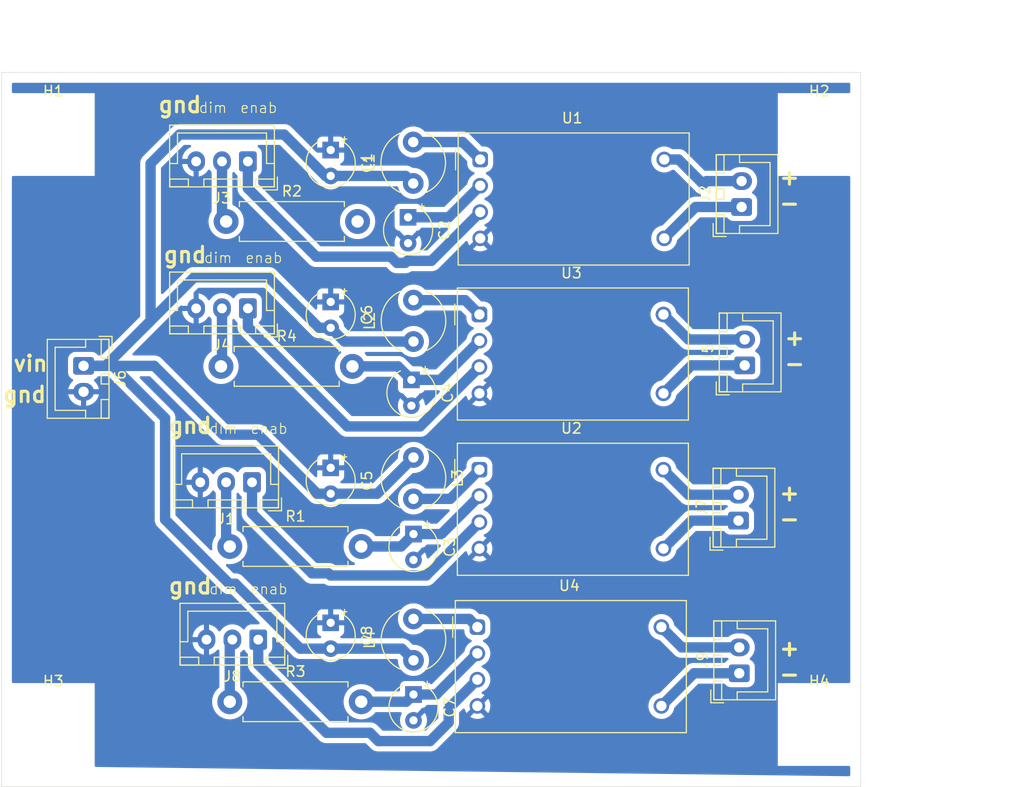
<source format=kicad_pcb>
(kicad_pcb (version 20240108) (generator "pcbnew") (generator_version "8.0")
  (layers (0 "F.Cu" signal) (31 "B.Cu" signal) (34 "B.Paste" user) (35 "F.Paste" user) (36 "B.SilkS" user "B.Silkscreen") (37 "F.SilkS" user "F.Silkscreen") (38 "B.Mask" user) (39 "F.Mask" user) (44 "Edge.Cuts" user))
  (net 0 "")
  (net 1 "Net-(J3-Pin_2)")
  (net 2 "Net-(J3-Pin_1)")
  (net 3 "Net-(J4-Pin_1)")
  (net 4 "Net-(J4-Pin_2)")
  (net 5 "Net-(U2-Analogue_Dimming)")
  (net 6 "Net-(U4-Analogue_Dimming)")
  (net 7 "Net-(J1-Pin_2)")
  (net 8 "Net-(J1-Pin_1)")
  (net 9 "Net-(J7-Pin_1)")
  (net 10 "Net-(J7-Pin_2)")
  (net 11 "Net-(J8-Pin_2)")
  (net 12 "Net-(J8-Pin_1)")
  (net 13 "Net-(J9-Pin_1)")
  (net 14 "Net-(J9-Pin_2)")
  (net 15 "Net-(U2-+Vin)")
  (net 16 "Net-(U4-+Vin)")
  (net 17 "GND")
  (net 18 "VCC")
  (net 19 "Net-(U1-Analogue_Dimming)")
  (net 20 "Net-(J2-Pin_2)")
  (net 21 "Net-(J2-Pin_1)")
  (net 22 "Net-(U1-+Vin)")
  (net 23 "Net-(U3-Analogue_Dimming)")
  (net 24 "Net-(J5-Pin_2)")
  (net 25 "Net-(J5-Pin_1)")
  (net 26 "Net-(U3-+Vin)")
  (footprint "Resistor_THT:R_Axial_DIN0411_L9.9mm_D3.6mm_P12.70mm_Horizontal" (layer "F.Cu") (at 93.2 77.4)
    (property "Reference" "R4" (at 6.35 -2.92 0) (layer "F.SilkS"))
    (property "Value" "R")
    (pad "1" thru_hole circle (at 0 0) (size 2.4 2.4) (drill 1.2) (layers "*.Cu" "*.Mask") (net 4 "Net-(J4-Pin_2)"))
    (pad "2" thru_hole oval (at 12.7 0) (size 2.4 2.4) (drill 1.2) (layers "*.Cu" "*.Mask") (net 23 "Net-(U3-Analogue_Dimming)"))
  )
  (footprint "Connector_JST:JST_XH_B2B-XH-A_1x02_P2.50mm_Vertical" (layer "F.Cu") (at 143.275 107.05 90)
    (property "Reference" "J9" (at 1.25 -3.55 270) (layer "F.SilkS"))
    (property "Value" "UVLED")
    (pad "1" thru_hole roundrect (at 0 0 90) (size 1.7 2) (drill 1) (layers "*.Cu" "*.Mask") (roundrect_rratio 0.147059) (net 13 "Net-(J9-Pin_1)"))
    (pad "2" thru_hole oval (at 2.5 0 90) (size 1.7 2) (drill 1) (layers "*.Cu" "*.Mask") (net 14 "Net-(J9-Pin_2)"))
  )
  (footprint "Connector_JST:JST_XH_B2B-XH-A_1x02_P2.50mm_Vertical" (layer "F.Cu") (at 143.8 77.3 90)
    (property "Reference" "J5" (at 1.25 -3.55 -90) (layer "F.SilkS"))
    (property "Value" "UVLED")
    (pad "1" thru_hole roundrect (at 0 0 90) (size 1.7 2) (drill 1) (layers "*.Cu" "*.Mask") (roundrect_rratio 0.147059) (net 25 "Net-(J5-Pin_1)"))
    (pad "2" thru_hole oval (at 2.5 0 90) (size 1.7 2) (drill 1) (layers "*.Cu" "*.Mask") (net 24 "Net-(J5-Pin_2)"))
  )
  (footprint "Inductor_THT:L_Radial_D6.0mm_P4.00mm" (layer "F.Cu") (at 111.8 105.8 90)
    (property "Reference" "L4" (at 2 -4.25 270) (layer "F.SilkS"))
    (property "Value" "22uH")
    (pad "1" thru_hole circle (at 0 0 90) (size 2 2) (drill 1) (layers "*.Cu" "*.Mask") (net 18 "VCC"))
    (pad "2" thru_hole circle (at 4 0 90) (size 2 2) (drill 1) (layers "*.Cu" "*.Mask") (net 16 "Net-(U4-+Vin)"))
  )
  (footprint "Connector_JST:JST_XH_B3B-XH-A_1x03_P2.50mm_Vertical" (layer "F.Cu") (at 96.8 103.8 180)
    (property "Reference" "J8" (at 2.5 -3.55 180) (layer "F.SilkS"))
    (property "Value" "Conn_01x03_Pin")
    (pad "1" thru_hole roundrect (at 0 0 180) (size 1.7 1.95) (drill 0.95) (layers "*.Cu" "*.Mask") (roundrect_rratio 0.147059) (net 12 "Net-(J8-Pin_1)"))
    (pad "2" thru_hole oval (at 2.5 0 180) (size 1.7 1.95) (drill 0.95) (layers "*.Cu" "*.Mask") (net 11 "Net-(J8-Pin_2)"))
    (pad "3" thru_hole oval (at 5 0 180) (size 1.7 1.95) (drill 0.95) (layers "*.Cu" "*.Mask") (net 17 "GND"))
  )
  (footprint "Inductor_THT:L_Radial_D6.0mm_P4.00mm" (layer "F.Cu") (at 111.8 86.2 -90)
    (property "Reference" "L3" (at 2 -4.25 90) (layer "F.SilkS"))
    (property "Value" "22uH")
    (pad "1" thru_hole circle (at 0 0 270) (size 2 2) (drill 1) (layers "*.Cu" "*.Mask") (net 18 "VCC"))
    (pad "2" thru_hole circle (at 4 0 270) (size 2 2) (drill 1) (layers "*.Cu" "*.Mask") (net 15 "Net-(U2-+Vin)"))
  )
  (footprint "Converter_DCDC:Converter_DCDC_RECOM_RCD-24_THT" (layer "F.Cu") (at 117.97 102.585)
    (property "Reference" "U4" (at 8.89 -4 0) (layer "F.SilkS"))
    (property "Value" "RCD-24")
    (pad "1" thru_hole roundrect (at 0 0) (size 1.5 1.5) (drill 1) (layers "*.Cu" "*.Mask") (net 16 "Net-(U4-+Vin)"))
    (pad "2" thru_hole circle (at 0 2.54) (size 1.5 1.5) (drill 1) (layers "*.Cu" "*.Mask") (net 6 "Net-(U4-Analogue_Dimming)"))
    (pad "3" thru_hole circle (at 0 5.08) (size 1.5 1.5) (drill 1) (layers "*.Cu" "*.Mask") (net 12 "Net-(J8-Pin_1)"))
    (pad "4" thru_hole circle (at 0 7.62) (size 1.5 1.5) (drill 1) (layers "*.Cu" "*.Mask") (net 17 "GND"))
    (pad "5" thru_hole circle (at 17.78 7.62) (size 1.5 1.5) (drill 1) (layers "*.Cu" "*.Mask") (net 13 "Net-(J9-Pin_1)"))
    (pad "6" thru_hole circle (at 17.78 0) (size 1.5 1.5) (drill 1) (layers "*.Cu" "*.Mask") (net 14 "Net-(J9-Pin_2)"))
  )
  (footprint "Resistor_THT:R_Axial_DIN0411_L9.9mm_D3.6mm_P12.70mm_Horizontal" (layer "F.Cu") (at 94.05 109.8)
    (property "Reference" "R3" (at 6.35 -2.92 0) (layer "F.SilkS"))
    (property "Value" "R")
    (pad "1" thru_hole circle (at 0 0) (size 2.4 2.4) (drill 1.2) (layers "*.Cu" "*.Mask") (net 11 "Net-(J8-Pin_2)"))
    (pad "2" thru_hole oval (at 12.7 0) (size 2.4 2.4) (drill 1.2) (layers "*.Cu" "*.Mask") (net 6 "Net-(U4-Analogue_Dimming)"))
  )
  (footprint "Capacitor_THT:CP_Radial_Tantal_D4.5mm_P2.50mm" (layer "F.Cu") (at 103.8 71.171144 -90)
    (property "Reference" "C6" (at 1.25 -3.5 90) (layer "F.SilkS"))
    (property "Value" "1uF")
    (pad "1" thru_hole rect (at 0 0 270) (size 1.6 1.6) (drill 0.8) (layers "*.Cu" "*.Mask") (net 17 "GND"))
    (pad "2" thru_hole circle (at 2.5 0 270) (size 1.6 1.6) (drill 0.8) (layers "*.Cu" "*.Mask") (net 18 "VCC"))
  )
  (footprint "Connector_JST:JST_XH_B3B-XH-A_1x03_P2.50mm_Vertical" (layer "F.Cu") (at 96.2 88.6 180)
    (property "Reference" "J1" (at 2.5 -3.55 180) (layer "F.SilkS"))
    (property "Value" "Conn_01x03_Pin")
    (pad "1" thru_hole roundrect (at 0 0 180) (size 1.7 1.95) (drill 0.95) (layers "*.Cu" "*.Mask") (roundrect_rratio 0.147059) (net 8 "Net-(J1-Pin_1)"))
    (pad "2" thru_hole oval (at 2.5 0 180) (size 1.7 1.95) (drill 0.95) (layers "*.Cu" "*.Mask") (net 7 "Net-(J1-Pin_2)"))
    (pad "3" thru_hole oval (at 5 0 180) (size 1.7 1.95) (drill 0.95) (layers "*.Cu" "*.Mask") (net 17 "GND"))
  )
  (footprint "Capacitor_THT:CP_Radial_Tantal_D4.5mm_P2.50mm" (layer "F.Cu") (at 111.8 109.1 -90)
    (property "Reference" "C7" (at 1.25 -3.5 90) (layer "F.SilkS"))
    (property "Value" "C")
    (pad "1" thru_hole rect (at 0 0 270) (size 1.6 1.6) (drill 0.8) (layers "*.Cu" "*.Mask") (net 6 "Net-(U4-Analogue_Dimming)"))
    (pad "2" thru_hole circle (at 2.5 0 270) (size 1.6 1.6) (drill 0.8) (layers "*.Cu" "*.Mask") (net 17 "GND"))
  )
  (footprint "Capacitor_THT:CP_Radial_Tantal_D4.5mm_P2.50mm" (layer "F.Cu") (at 111.275 62.996144 -90)
    (property "Reference" "C2" (at 1.25 -3.5 90) (layer "F.SilkS"))
    (property "Value" "C")
    (pad "1" thru_hole rect (at 0 0 270) (size 1.6 1.6) (drill 0.8) (layers "*.Cu" "*.Mask") (net 19 "Net-(U1-Analogue_Dimming)"))
    (pad "2" thru_hole circle (at 2.5 0 270) (size 1.6 1.6) (drill 0.8) (layers "*.Cu" "*.Mask") (net 17 "GND"))
  )
  (footprint "Inductor_THT:L_Radial_D6.0mm_P4.00mm" (layer "F.Cu") (at 111.8 75 90)
    (property "Reference" "L2" (at 2 -4.25 -90) (layer "F.SilkS"))
    (property "Value" "22uH")
    (pad "1" thru_hole circle (at 0 0 90) (size 2 2) (drill 1) (layers "*.Cu" "*.Mask") (net 18 "VCC"))
    (pad "2" thru_hole circle (at 4 0 90) (size 2 2) (drill 1) (layers "*.Cu" "*.Mask") (net 26 "Net-(U3-+Vin)"))
  )
  (footprint "Resistor_THT:R_Axial_DIN0411_L9.9mm_D3.6mm_P12.70mm_Horizontal" (layer "F.Cu") (at 93.7 63.4)
    (property "Reference" "R2" (at 6.35 -2.92 360) (layer "F.SilkS"))
    (property "Value" "R")
    (pad "1" thru_hole circle (at 0 0) (size 2.4 2.4) (drill 1.2) (layers "*.Cu" "*.Mask") (net 1 "Net-(J3-Pin_2)"))
    (pad "2" thru_hole oval (at 12.7 0) (size 2.4 2.4) (drill 1.2) (layers "*.Cu" "*.Mask") (net 19 "Net-(U1-Analogue_Dimming)"))
  )
  (footprint "Connector_JST:JST_XH_B2B-XH-A_1x02_P2.50mm_Vertical" (layer "F.Cu") (at 143.5 62 90)
    (property "Reference" "J2" (at 1.25 -3.55 -90) (layer "F.SilkS"))
    (property "Value" "greenLED")
    (pad "1" thru_hole roundrect (at 0 0 90) (size 1.7 2) (drill 1) (layers "*.Cu" "*.Mask") (roundrect_rratio 0.147059) (net 21 "Net-(J2-Pin_1)"))
    (pad "2" thru_hole oval (at 2.5 0 90) (size 1.7 2) (drill 1) (layers "*.Cu" "*.Mask") (net 20 "Net-(J2-Pin_2)"))
  )
  (footprint "Capacitor_THT:CP_Radial_Tantal_D4.5mm_P2.50mm" (layer "F.Cu") (at 111.8 93.6 -90)
    (property "Reference" "C3" (at 1.25 -3.5 90) (layer "F.SilkS"))
    (property "Value" "C")
    (pad "1" thru_hole rect (at 0 0 270) (size 1.6 1.6) (drill 0.8) (layers "*.Cu" "*.Mask") (net 5 "Net-(U2-Analogue_Dimming)"))
    (pad "2" thru_hole circle (at 2.5 0 270) (size 1.6 1.6) (drill 0.8) (layers "*.Cu" "*.Mask") (net 17 "GND"))
  )
  (footprint "MountingHole:MountingHole_3.2mm_M3" (layer "F.Cu") (at 77 112)
    (property "Reference" "H3" (at 0 -4.2 0) (layer "F.SilkS"))
    (property "Value" "MountingHole")
    (pad "" np_thru_hole circle (at 0 0) (size 3.2 3.2) (drill 3.2) (layers "*.Cu" "*.Mask"))
  )
  (footprint "MountingHole:MountingHole_3.2mm_M3" (layer "F.Cu") (at 151 55)
    (property "Reference" "H2" (at 0 -4.2 0) (layer "F.SilkS"))
    (property "Value" "MountingHole")
    (pad "" np_thru_hole circle (at 0 0) (size 3.2 3.2) (drill 3.2) (layers "*.Cu" "*.Mask"))
  )
  (footprint "Converter_DCDC:Converter_DCDC_RECOM_RCD-24_THT" (layer "F.Cu") (at 118.17 72.385)
    (property "Reference" "U3" (at 8.89 -4 0) (layer "F.SilkS"))
    (property "Value" "RCD-24")
    (pad "1" thru_hole roundrect (at 0 0) (size 1.5 1.5) (drill 1) (layers "*.Cu" "*.Mask") (net 26 "Net-(U3-+Vin)"))
    (pad "2" thru_hole circle (at 0 2.54) (size 1.5 1.5) (drill 1) (layers "*.Cu" "*.Mask") (net 23 "Net-(U3-Analogue_Dimming)"))
    (pad "3" thru_hole circle (at 0 5.08) (size 1.5 1.5) (drill 1) (layers "*.Cu" "*.Mask") (net 3 "Net-(J4-Pin_1)"))
    (pad "4" thru_hole circle (at 0 7.62) (size 1.5 1.5) (drill 1) (layers "*.Cu" "*.Mask") (net 17 "GND"))
    (pad "5" thru_hole circle (at 17.78 7.62) (size 1.5 1.5) (drill 1) (layers "*.Cu" "*.Mask") (net 25 "Net-(J5-Pin_1)"))
    (pad "6" thru_hole circle (at 17.78 0) (size 1.5 1.5) (drill 1) (layers "*.Cu" "*.Mask") (net 24 "Net-(J5-Pin_2)"))
  )
  (footprint "MountingHole:MountingHole_3.2mm_M3" (layer "F.Cu") (at 77 55)
    (property "Reference" "H1" (at 0 -4.2 0) (layer "F.SilkS"))
    (property "Value" "MountingHole")
    (pad "" np_thru_hole circle (at 0 0) (size 3.2 3.2) (drill 3.2) (layers "*.Cu" "*.Mask"))
  )
  (footprint "Capacitor_THT:CP_Radial_Tantal_D4.5mm_P2.50mm" (layer "F.Cu") (at 111.6 78.7 -90)
    (property "Reference" "C4" (at 1.25 -3.5 90) (layer "F.SilkS"))
    (property "Value" "C")
    (pad "1" thru_hole rect (at 0 0 270) (size 1.6 1.6) (drill 0.8) (layers "*.Cu" "*.Mask") (net 23 "Net-(U3-Analogue_Dimming)"))
    (pad "2" thru_hole circle (at 2.5 0 270) (size 1.6 1.6) (drill 0.8) (layers "*.Cu" "*.Mask") (net 17 "GND"))
  )
  (footprint "Converter_DCDC:Converter_DCDC_RECOM_RCD-24_THT" (layer "F.Cu") (at 118.245 57.41)
    (property "Reference" "U1" (at 8.89 -4 0) (layer "F.SilkS"))
    (property "Value" "RCD-24")
    (pad "1" thru_hole roundrect (at 0 0) (size 1.5 1.5) (drill 1) (layers "*.Cu" "*.Mask") (net 22 "Net-(U1-+Vin)"))
    (pad "2" thru_hole circle (at 0 2.54) (size 1.5 1.5) (drill 1) (layers "*.Cu" "*.Mask") (net 19 "Net-(U1-Analogue_Dimming)"))
    (pad "3" thru_hole circle (at 0 5.08) (size 1.5 1.5) (drill 1) (layers "*.Cu" "*.Mask") (net 2 "Net-(J3-Pin_1)"))
    (pad "4" thru_hole circle (at 0 7.62) (size 1.5 1.5) (drill 1) (layers "*.Cu" "*.Mask") (net 17 "GND"))
    (pad "5" thru_hole circle (at 17.78 7.62) (size 1.5 1.5) (drill 1) (layers "*.Cu" "*.Mask") (net 21 "Net-(J2-Pin_1)"))
    (pad "6" thru_hole circle (at 17.78 0) (size 1.5 1.5) (drill 1) (layers "*.Cu" "*.Mask") (net 20 "Net-(J2-Pin_2)"))
  )
  (footprint "Converter_DCDC:Converter_DCDC_RECOM_RCD-24_THT" (layer "F.Cu") (at 118.17 87.385)
    (property "Reference" "U2" (at 8.89 -4 0) (layer "F.SilkS"))
    (property "Value" "RCD-24")
    (pad "1" thru_hole roundrect (at 0 0) (size 1.5 1.5) (drill 1) (layers "*.Cu" "*.Mask") (net 15 "Net-(U2-+Vin)"))
    (pad "2" thru_hole circle (at 0 2.54) (size 1.5 1.5) (drill 1) (layers "*.Cu" "*.Mask") (net 5 "Net-(U2-Analogue_Dimming)"))
    (pad "3" thru_hole circle (at 0 5.08) (size 1.5 1.5) (drill 1) (layers "*.Cu" "*.Mask") (net 8 "Net-(J1-Pin_1)"))
    (pad "4" thru_hole circle (at 0 7.62) (size 1.5 1.5) (drill 1) (layers "*.Cu" "*.Mask") (net 17 "GND"))
    (pad "5" thru_hole circle (at 17.78 7.62) (size 1.5 1.5) (drill 1) (layers "*.Cu" "*.Mask") (net 9 "Net-(J7-Pin_1)"))
    (pad "6" thru_hole circle (at 17.78 0) (size 1.5 1.5) (drill 1) (layers "*.Cu" "*.Mask") (net 10 "Net-(J7-Pin_2)"))
  )
  (footprint "Connector_JST:JST_XH_B3B-XH-A_1x03_P2.50mm_Vertical" (layer "F.Cu") (at 95.8 71.8 180)
    (property "Reference" "J4" (at 2.5 -3.55 180) (layer "F.SilkS"))
    (property "Value" "Conn_01x03_Pin")
    (pad "1" thru_hole roundrect (at 0 0 180) (size 1.7 1.95) (drill 0.95) (layers "*.Cu" "*.Mask") (roundrect_rratio 0.147059) (net 3 "Net-(J4-Pin_1)"))
    (pad "2" thru_hole oval (at 2.5 0 180) (size 1.7 1.95) (drill 0.95) (layers "*.Cu" "*.Mask") (net 4 "Net-(J4-Pin_2)"))
    (pad "3" thru_hole oval (at 5 0 180) (size 1.7 1.95) (drill 0.95) (layers "*.Cu" "*.Mask") (net 17 "GND"))
  )
  (footprint "Connector_JST:JST_XH_B2B-XH-A_1x02_P2.50mm_Vertical" (layer "F.Cu") (at 79.925 77.35 -90)
    (property "Reference" "J6" (at 1.25 -3.55 90) (layer "F.SilkS"))
    (property "Value" "power_in")
    (pad "1" thru_hole roundrect (at 0 0 270) (size 1.7 2) (drill 1) (layers "*.Cu" "*.Mask") (roundrect_rratio 0.147059) (net 18 "VCC"))
    (pad "2" thru_hole oval (at 2.5 0 270) (size 1.7 2) (drill 1) (layers "*.Cu" "*.Mask") (net 17 "GND"))
  )
  (footprint "Connector_JST:JST_XH_B2B-XH-A_1x02_P2.50mm_Vertical" (layer "F.Cu") (at 143.2 92.3 90)
    (property "Reference" "J7" (at 1.25 -3.55 270) (layer "F.SilkS"))
    (property "Value" "UVLED")
    (pad "1" thru_hole roundrect (at 0 0 90) (size 1.7 2) (drill 1) (layers "*.Cu" "*.Mask") (roundrect_rratio 0.147059) (net 9 "Net-(J7-Pin_1)"))
    (pad "2" thru_hole oval (at 2.5 0 90) (size 1.7 2) (drill 1) (layers "*.Cu" "*.Mask") (net 10 "Net-(J7-Pin_2)"))
  )
  (footprint "Capacitor_THT:CP_Radial_Tantal_D4.5mm_P2.50mm" (layer "F.Cu") (at 103.8 56.5 -90)
    (property "Reference" "C1" (at 1.25 -3.5 90) (layer "F.SilkS"))
    (property "Value" "1uF")
    (pad "1" thru_hole rect (at 0 0 270) (size 1.6 1.6) (drill 0.8) (layers "*.Cu" "*.Mask") (net 17 "GND"))
    (pad "2" thru_hole circle (at 2.5 0 270) (size 1.6 1.6) (drill 0.8) (layers "*.Cu" "*.Mask") (net 18 "VCC"))
  )
  (footprint "Connector_JST:JST_XH_B3B-XH-A_1x03_P2.50mm_Vertical" (layer "F.Cu") (at 95.8 57.6 180)
    (property "Reference" "J3" (at 2.5 -3.55 180) (layer "F.SilkS"))
    (property "Value" "Conn_01x03_Pin")
    (pad "1" thru_hole roundrect (at 0 0 180) (size 1.7 1.95) (drill 0.95) (layers "*.Cu" "*.Mask") (roundrect_rratio 0.147059) (net 2 "Net-(J3-Pin_1)"))
    (pad "2" thru_hole oval (at 2.5 0 180) (size 1.7 1.95) (drill 0.95) (layers "*.Cu" "*.Mask") (net 1 "Net-(J3-Pin_2)"))
    (pad "3" thru_hole oval (at 5 0 180) (size 1.7 1.95) (drill 0.95) (layers "*.Cu" "*.Mask") (net 17 "GND"))
  )
  (footprint "Resistor_THT:R_Axial_DIN0411_L9.9mm_D3.6mm_P12.70mm_Horizontal" (layer "F.Cu") (at 94.05 94.8)
    (property "Reference" "R1" (at 6.35 -2.92 0) (layer "F.SilkS"))
    (property "Value" "R")
    (pad "1" thru_hole circle (at 0 0) (size 2.4 2.4) (drill 1.2) (layers "*.Cu" "*.Mask") (net 7 "Net-(J1-Pin_2)"))
    (pad "2" thru_hole oval (at 12.7 0) (size 2.4 2.4) (drill 1.2) (layers "*.Cu" "*.Mask") (net 5 "Net-(U2-Analogue_Dimming)"))
  )
  (footprint "Capacitor_THT:CP_Radial_Tantal_D4.5mm_P2.50mm" (layer "F.Cu") (at 103.8 87.2 -90)
    (property "Reference" "C5" (at 1.25 -3.5 90) (layer "F.SilkS"))
    (property "Value" "1uF")
    (pad "1" thru_hole rect (at 0 0 270) (size 1.6 1.6) (drill 0.8) (layers "*.Cu" "*.Mask") (net 17 "GND"))
    (pad "2" thru_hole circle (at 2.5 0 270) (size 1.6 1.6) (drill 0.8) (layers "*.Cu" "*.Mask") (net 18 "VCC"))
  )
  (footprint "Inductor_THT:L_Radial_D6.0mm_P4.00mm" (layer "F.Cu") (at 111.775 59.725 90)
    (property "Reference" "L1" (at 2 -4.25 -90) (layer "F.SilkS"))
    (property "Value" "22uH")
    (pad "1" thru_hole circle (at 0 0 90) (size 2 2) (drill 1) (layers "*.Cu" "*.Mask") (net 18 "VCC"))
    (pad "2" thru_hole circle (at 4 0 90) (size 2 2) (drill 1) (layers "*.Cu" "*.Mask") (net 22 "Net-(U1-+Vin)"))
  )
  (footprint "Capacitor_THT:CP_Radial_Tantal_D4.5mm_P2.50mm" (layer "F.Cu") (at 103.8 102.171144 -90)
    (property "Reference" "C8" (at 1.25 -3.5 90) (layer "F.SilkS"))
    (property "Value" "1uF")
    (pad "1" thru_hole rect (at 0 0 270) (size 1.6 1.6) (drill 0.8) (layers "*.Cu" "*.Mask") (net 17 "GND"))
    (pad "2" thru_hole circle (at 2.5 0 270) (size 1.6 1.6) (drill 0.8) (layers "*.Cu" "*.Mask") (net 18 "VCC"))
  )
  (footprint "MountingHole:MountingHole_3.2mm_M3" (layer "F.Cu") (at 151 112)
    (property "Reference" "H4" (at 0 -4.2 0) (layer "F.SilkS"))
    (property "Value" "MountingHole")
    (pad "" np_thru_hole circle (at 0 0) (size 3.2 3.2) (drill 3.2) (layers "*.Cu" "*.Mask"))
  )
  (gr_line (start 155 49) (end 72 49) (stroke (width 0.05)) (layer "Edge.Cuts"))
  (gr_line (start 72 118) (end 155 118) (stroke (width 0.05)) (layer "Edge.Cuts"))
  (gr_line (start 72 49) (end 72 118) (stroke (width 0.05)) (layer "Edge.Cuts"))
  (gr_line (start 155 118) (end 155 49) (stroke (width 0.05)) (layer "Edge.Cuts"))
  (gr_text "-\n" (at 147 108 0) (layer "F.SilkS") (effects (font (size 1.5 1.5) (thickness 0.3) (bold yes)) (justify left bottom)))
  (gr_text "gnd" (at 88 99.5 0) (layer "F.SilkS") (effects (font (size 1.5 1.5) (thickness 0.3) (bold yes)) (justify left bottom)))
  (gr_text "dim\n" (at 91 53 0) (layer "F.SilkS") (effects (font (size 1 1) (thickness 0.1)) (justify left bottom)))
  (gr_text "gnd" (at 87.5 67.5 0) (layer "F.SilkS") (effects (font (size 1.5 1.5) (thickness 0.3) (bold yes)) (justify left bottom)))
  (gr_text "-\n" (at 147 62.5 0) (layer "F.SilkS") (effects (font (size 1.5 1.5) (thickness 0.3) (bold yes)) (justify left bottom)))
  (gr_text "gnd" (at 72 81 0) (layer "F.SilkS") (effects (font (size 1.5 1.5) (thickness 0.3) (bold yes)) (justify left bottom)))
  (gr_text "gnd" (at 87 53 0) (layer "F.SilkS") (effects (font (size 1.5 1.5) (thickness 0.3) (bold yes)) (justify left bottom)))
  (gr_text "+\n" (at 147 105.5 0) (layer "F.SilkS") (effects (font (size 1.5 1.5) (thickness 0.3) (bold yes)) (justify left bottom)))
  (gr_text "+\n" (at 147.5 75.5 0) (layer "F.SilkS") (effects (font (size 1.5 1.5) (thickness 0.3) (bold yes)) (justify left bottom)))
  (gr_text "-\n" (at 147.5 78 0) (layer "F.SilkS") (effects (font (size 1.5 1.5) (thickness 0.3) (bold yes)) (justify left bottom)))
  (gr_text "dim\n" (at 92 99.5 0) (layer "F.SilkS") (effects (font (size 1 1) (thickness 0.1)) (justify left bottom)))
  (gr_text "-\n" (at 147 93 0) (layer "F.SilkS") (effects (font (size 1.5 1.5) (thickness 0.3) (bold yes)) (justify left bottom)))
  (gr_text "enab" (at 95 53 0) (layer "F.SilkS") (effects (font (size 1 1) (thickness 0.1)) (justify left bottom)))
  (gr_text "gnd" (at 88 84 0) (layer "F.SilkS") (effects (font (size 1.5 1.5) (thickness 0.3) (bold yes)) (justify left bottom)))
  (gr_text "+\n" (at 147 60 0) (layer "F.SilkS") (effects (font (size 1.5 1.5) (thickness 0.3) (bold yes)) (justify left bottom)))
  (gr_text "dim\n" (at 92 84 0) (layer "F.SilkS") (effects (font (size 1 1) (thickness 0.1)) (justify left bottom)))
  (gr_text "dim\n" (at 91.5 67.5 0) (layer "F.SilkS") (effects (font (size 1 1) (thickness 0.1)) (justify left bottom)))
  (gr_text "+\n" (at 147 90.5 0) (layer "F.SilkS") (effects (font (size 1.5 1.5) (thickness 0.3) (bold yes)) (justify left bottom)))
  (gr_text "enab" (at 96 99.5 0) (layer "F.SilkS") (effects (font (size 1 1) (thickness 0.1)) (justify left bottom)))
  (gr_text "enab" (at 96 84 0) (layer "F.SilkS") (effects (font (size 1 1) (thickness 0.1)) (justify left bottom)))
  (gr_text "vin\n" (at 73 78 0) (layer "F.SilkS") (effects (font (size 1.5 1.5) (thickness 0.3) (bold yes)) (justify left bottom)))
  (gr_text "enab" (at 95.5 67.5 0) (layer "F.SilkS") (effects (font (size 1 1) (thickness 0.1)) (justify left bottom)))
  (segment (start 93.3 57.6) (end 93.3 63) (width 1) (layer "B.Cu") (net 1))
  (segment (start 93.3 63) (end 93.7 63.4) (width 1) (layer "B.Cu") (net 1))
  (segment (start 111 67.4) (end 111.2 67.2) (width 1) (layer "B.Cu") (net 2))
  (segment (start 102.4 66.8) (end 109.6 66.8) (width 1) (layer "B.Cu") (net 2))
  (segment (start 110.2 67.4) (end 111 67.4) (width 1) (layer "B.Cu") (net 2))
  (segment (start 111.2 67.2) (end 113.535 67.2) (width 1) (layer "B.Cu") (net 2))
  (segment (start 95.8 57.6) (end 95.8 60.2) (width 1) (layer "B.Cu") (net 2))
  (segment (start 109.6 66.8) (end 110.2 67.4) (width 1) (layer "B.Cu") (net 2))
  (segment (start 95.8 60.2) (end 102.4 66.8) (width 1) (layer "B.Cu") (net 2))
  (segment (start 113.535 67.2) (end 118.245 62.49) (width 1) (layer "B.Cu") (net 2))
  (segment (start 95.8 71.8) (end 95.8 73.6) (width 1) (layer "B.Cu") (net 3))
  (segment (start 105.4 83.2) (end 112.435 83.2) (width 1) (layer "B.Cu") (net 3))
  (segment (start 95.8 73.6) (end 105.4 83.2) (width 1) (layer "B.Cu") (net 3))
  (segment (start 112.435 83.2) (end 118.17 77.465) (width 1) (layer "B.Cu") (net 3))
  (segment (start 93.3 71.8) (end 93.3 77.3) (width 1) (layer "B.Cu") (net 4))
  (segment (start 93.3 77.3) (end 93.2 77.4) (width 1) (layer "B.Cu") (net 4))
  (segment (start 106.75 94.8) (end 110.6 94.8) (width 1) (layer "B.Cu") (net 5))
  (segment (start 114.495 93.6) (end 118.17 89.925) (width 1) (layer "B.Cu") (net 5))
  (segment (start 110.6 94.8) (end 111.8 93.6) (width 1) (layer "B.Cu") (net 5))
  (segment (start 111.8 93.6) (end 114.495 93.6) (width 1) (layer "B.Cu") (net 5))
  (segment (start 113.995 109.1) (end 117.97 105.125) (width 1) (layer "B.Cu") (net 6))
  (segment (start 111.1 109.8) (end 111.8 109.1) (width 1) (layer "B.Cu") (net 6))
  (segment (start 106.75 109.8) (end 111.1 109.8) (width 1) (layer "B.Cu") (net 6))
  (segment (start 111.8 109.1) (end 113.995 109.1) (width 1) (layer "B.Cu") (net 6))
  (segment (start 93.7 88.6) (end 93.7 94.45) (width 1) (layer "B.Cu") (net 7))
  (segment (start 93.7 94.45) (end 94.05 94.8) (width 1) (layer "B.Cu") (net 7))
  (segment (start 96.2 88.6) (end 96.2 91.6) (width 1) (layer "B.Cu") (net 8))
  (segment (start 102 97.4) (end 103.6 97.4) (width 1) (layer "B.Cu") (net 8))
  (segment (start 103.6 97.4) (end 103.8 97.6) (width 1) (layer "B.Cu") (net 8))
  (segment (start 103.8 97.6) (end 113.035 97.6) (width 1) (layer "B.Cu") (net 8))
  (segment (start 96.2 91.6) (end 102 97.4) (width 1) (layer "B.Cu") (net 8))
  (segment (start 113.035 97.6) (end 118.17 92.465) (width 1) (layer "B.Cu") (net 8))
  (segment (start 143.2 92.3) (end 138.655 92.3) (width 1) (layer "B.Cu") (net 9))
  (segment (start 138.655 92.3) (end 135.95 95.005) (width 1) (layer "B.Cu") (net 9))
  (segment (start 138.365 89.8) (end 135.95 87.385) (width 1) (layer "B.Cu") (net 10))
  (segment (start 143.2 89.8) (end 138.365 89.8) (width 1) (layer "B.Cu") (net 10))
  (segment (start 94.05 104.05) (end 94.3 103.8) (width 1) (layer "B.Cu") (net 11))
  (segment (start 94.05 109.8) (end 94.05 104.05) (width 1) (layer "B.Cu") (net 11))
  (segment (start 96.8 106.2) (end 103.4 112.8) (width 1) (layer "B.Cu") (net 12))
  (segment (start 113.4 113.6) (end 115.2 111.8) (width 1) (layer "B.Cu") (net 12))
  (segment (start 115.235 110.4) (end 117.97 107.665) (width 1) (layer "B.Cu") (net 12))
  (segment (start 107.6 112.8) (end 108.4 113.6) (width 1) (layer "B.Cu") (net 12))
  (segment (start 115.2 111.8) (end 115.2 110.4) (width 1) (layer "B.Cu") (net 12))
  (segment (start 115.2 110.4) (end 115.235 110.4) (width 1) (layer "B.Cu") (net 12))
  (segment (start 103.4 112.8) (end 107.6 112.8) (width 1) (layer "B.Cu") (net 12))
  (segment (start 96.8 103.8) (end 96.8 106.2) (width 1) (layer "B.Cu") (net 12))
  (segment (start 108.4 113.6) (end 113.4 113.6) (width 1) (layer "B.Cu") (net 12))
  (segment (start 143.275 107.05) (end 138.905 107.05) (width 1) (layer "B.Cu") (net 13))
  (segment (start 138.905 107.05) (end 135.75 110.205) (width 1) (layer "B.Cu") (net 13))
  (segment (start 143.275 104.55) (end 137.715 104.55) (width 1) (layer "B.Cu") (net 14))
  (segment (start 137.715 104.55) (end 135.75 102.585) (width 1) (layer "B.Cu") (net 14))
  (segment (start 111.8 90.2) (end 115.355 90.2) (width 1) (layer "B.Cu") (net 15))
  (segment (start 115.355 90.2) (end 118.17 87.385) (width 1) (layer "B.Cu") (net 15))
  (segment (start 117.185 101.8) (end 117.97 102.585) (width 1) (layer "B.Cu") (net 16))
  (segment (start 111.8 101.8) (end 117.185 101.8) (width 1) (layer "B.Cu") (net 16))
  (segment (start 79.925 77.35) (end 81.2 77.35) (width 1) (layer "B.Cu") (net 18))
  (segment (start 103.8 104.671144) (end 110.671144 104.671144) (width 1) (layer "B.Cu") (net 18))
  (segment (start 86.75 77.35) (end 79.925 77.35) (width 1) (layer "B.Cu") (net 18))
  (segment (start 111.8 75) (end 105.128856 75) (width 1) (layer "B.Cu") (net 18))
  (segment (start 87.8 82.4) (end 87.8 92.2) (width 1) (layer "B.Cu") (net 18))
  (segment (start 82.05 77.35) (end 85.6 73.8) (width 1) (layer "B.Cu") (net 18))
  (segment (start 100.871144 104.671144) (end 103.8 104.671144) (width 1) (layer "B.Cu") (net 18))
  (segment (start 102.66863 73.671144) (end 103.8 73.671144) (width 1) (layer "B.Cu") (net 18))
  (segment (start 108.3 89.7) (end 103.8 89.7) (width 1) (layer "B.Cu") (net 18))
  (segment (start 85.6 73.8) (end 90.6 68.8) (width 1) (layer "B.Cu") (net 18))
  (segment (start 103.3 59) (end 103.8 59) (width 1) (layer "B.Cu") (net 18))
  (segment (start 90.6 68.8) (end 97.797486 68.8) (width 1) (layer "B.Cu") (net 18))
  (segment (start 103.8 59) (end 111.05 59) (width 1) (layer "B.Cu") (net 18))
  (segment (start 93.4 84) (end 86.75 77.35) (width 1) (layer "B.Cu") (net 18))
  (segment (start 86.4 57.8) (end 89.2 55) (width 1) (layer "B.Cu") (net 18))
  (segment (start 110.671144 104.671144) (end 111.8 105.8) (width 1) (layer "B.Cu") (net 18))
  (segment (start 82.75 77.35) (end 87.8 82.4) (width 1) (layer "B.Cu") (net 18))
  (segment (start 94 98.4) (end 94.6 98.4) (width 1) (layer "B.Cu") (net 18))
  (segment (start 103.8 89.7) (end 102.5 89.7) (width 1) (layer "B.Cu") (net 18))
  (segment (start 111.05 59) (end 111.775 59.725) (width 1) (layer "B.Cu") (net 18))
  (segment (start 89.2 55) (end 99.3 55) (width 1) (layer "B.Cu") (net 18))
  (segment (start 81.2 77.35) (end 82.05 77.35) (width 1) (layer "B.Cu") (net 18))
  (segment (start 81.2 77.35) (end 82.75 77.35) (width 1) (layer "B.Cu") (net 18))
  (segment (start 94.6 98.4) (end 100.871144 104.671144) (width 1) (layer "B.Cu") (net 18))
  (segment (start 105.128856 75) (end 103.8 73.671144) (width 1) (layer "B.Cu") (net 18))
  (segment (start 85.6 73.8) (end 86.4 73) (width 1) (layer "B.Cu") (net 18))
  (segment (start 111.8 86.2) (end 108.3 89.7) (width 1) (layer "B.Cu") (net 18))
  (segment (start 86.4 73) (end 86.4 57.8) (width 1) (layer "B.Cu") (net 18))
  (segment (start 97.797486 68.8) (end 102.66863 73.671144) (width 1) (layer "B.Cu") (net 18))
  (segment (start 87.8 92.2) (end 94 98.4) (width 1) (layer "B.Cu") (net 18))
  (segment (start 96.8 84) (end 93.4 84) (width 1) (layer "B.Cu") (net 18))
  (segment (start 99.3 55) (end 103.3 59) (width 1) (layer "B.Cu") (net 18))
  (segment (start 102.5 89.7) (end 96.8 84) (width 1) (layer "B.Cu") (net 18))
  (segment (start 111.275 62.996144) (end 115.198856 62.996144) (width 1) (layer "B.Cu") (net 19))
  (segment (start 115.198856 62.996144) (end 118.245 59.95) (width 1) (layer "B.Cu") (net 19))
  (segment (start 136.025 57.41) (end 137.41 57.41) (width 1) (layer "B.Cu") (net 20))
  (segment (start 139.8 59.8) (end 140.1 59.5) (width 1) (layer "B.Cu") (net 20))
  (segment (start 140.1 59.5) (end 143.5 59.5) (width 1) (layer "B.Cu") (net 20))
  (segment (start 137.41 57.41) (end 139.8 59.8) (width 1) (layer "B.Cu") (net 20))
  (segment (start 143.5 62) (end 139.055 62) (width 1) (layer "B.Cu") (net 21))
  (segment (start 139.055 62) (end 136.025 65.03) (width 1) (layer "B.Cu") (net 21))
  (segment (start 116.56 55.725) (end 118.245 57.41) (width 1) (layer "B.Cu") (net 22))
  (segment (start 111.775 55.725) (end 116.56 55.725) (width 1) (layer "B.Cu") (net 22))
  (segment (start 114.395 78.7) (end 118.17 74.925) (width 1) (layer "B.Cu") (net 23))
  (segment (start 105.9 77.4) (end 110.3 77.4) (width 1) (layer "B.Cu") (net 23))
  (segment (start 110.3 77.4) (end 111.6 78.7) (width 1) (layer "B.Cu") (net 23))
  (segment (start 111.6 78.7) (end 114.395 78.7) (width 1) (layer "B.Cu") (net 23))
  (segment (start 143.8 74.8) (end 138.365 74.8) (width 1) (layer "B.Cu") (net 24))
  (segment (start 138.365 74.8) (end 135.95 72.385) (width 1) (layer "B.Cu") (net 24))
  (segment (start 138.655 77.3) (end 135.95 80.005) (width 1) (layer "B.Cu") (net 25))
  (segment (start 143.8 77.3) (end 138.655 77.3) (width 1) (layer "B.Cu") (net 25))
  (segment (start 111.8 71) (end 116.785 71) (width 1) (layer "B.Cu") (net 26))
  (segment (start 116.785 71) (end 118.17 72.385) (width 1) (layer "B.Cu") (net 26))
  (zone (net 0) (net_name "") (layers "F&B.Cu" "Eco1.User") (connect_pads (clearance 0)) (min_thickness 0.25)
    (keepout (tracks not_allowed) (vias not_allowed) (pads not_allowed) (copperpour not_allowed) (footprints not_allowed))
    (fill (thermal_gap 0.5) (thermal_bridge_width 0.5))
    (polygon (pts (xy 73 51) (xy 81 51) (xy 81 59) (xy 73 59)))
  )
  (zone (net 0) (net_name "") (layers "F&B.Cu" "Eco1.User") (connect_pads (clearance 0)) (min_thickness 0.25)
    (keepout (tracks not_allowed) (vias not_allowed) (pads not_allowed) (copperpour not_allowed) (footprints allowed))
    (fill (thermal_gap 0.5) (thermal_bridge_width 0.5))
    (polygon (pts (xy 147 51) (xy 155 51) (xy 155 59) (xy 147 59)))
  )
  (zone (net 0) (net_name "") (layers "F&B.Cu" "Eco1.User") (connect_pads (clearance 0)) (min_thickness 0.25)
    (keepout (tracks not_allowed) (vias not_allowed) (pads not_allowed) (copperpour not_allowed) (footprints allowed))
    (fill (thermal_gap 0.5) (thermal_bridge_width 0.5))
    (polygon (pts (xy 73 108) (xy 81 108) (xy 81 116) (xy 73 116)))
  )
  (zone (net 0) (net_name "") (layers "F&B.Cu" "Eco1.User") (connect_pads (clearance 0)) (min_thickness 0.25)
    (keepout (tracks not_allowed) (vias not_allowed) (pads not_allowed) (copperpour not_allowed) (footprints allowed))
    (fill (thermal_gap 0.5) (thermal_bridge_width 0.5))
    (polygon (pts (xy 147 108) (xy 155 108) (xy 155 116) (xy 147 116)))
  )
  (zone (net 17) (net_name "GND") (layer "B.Cu") (connect_pads (clearance 0.5)) (min_thickness 0.25) (fill yes (thermal_gap 0.5) (thermal_bridge_width 0.5))
    (polygon (pts (xy 73 50) (xy 154 50) (xy 154 117) (xy 73 116)))
  )
)
</source>
